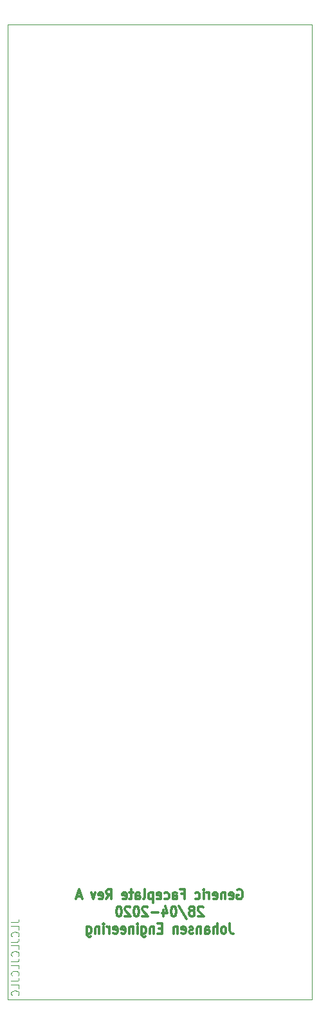
<source format=gbr>
%TF.GenerationSoftware,KiCad,Pcbnew,(5.1.5)-3*%
%TF.CreationDate,2020-04-29T20:03:56+02:00*%
%TF.ProjectId,KicadJE_Util_Faceplate_Generic,4b696361-644a-4455-9f55-74696c5f4661,rev?*%
%TF.SameCoordinates,Original*%
%TF.FileFunction,Legend,Bot*%
%TF.FilePolarity,Positive*%
%FSLAX46Y46*%
G04 Gerber Fmt 4.6, Leading zero omitted, Abs format (unit mm)*
G04 Created by KiCad (PCBNEW (5.1.5)-3) date 2020-04-29 20:03:56*
%MOMM*%
%LPD*%
G04 APERTURE LIST*
%ADD10C,0.100000*%
%ADD11C,0.300000*%
%ADD12C,0.050000*%
G04 APERTURE END LIST*
D10*
X91452380Y-153880952D02*
X92166666Y-153880952D01*
X92309523Y-153833333D01*
X92404761Y-153738095D01*
X92452380Y-153595238D01*
X92452380Y-153500000D01*
X92452380Y-154833333D02*
X92452380Y-154357142D01*
X91452380Y-154357142D01*
X92357142Y-155738095D02*
X92404761Y-155690476D01*
X92452380Y-155547619D01*
X92452380Y-155452380D01*
X92404761Y-155309523D01*
X92309523Y-155214285D01*
X92214285Y-155166666D01*
X92023809Y-155119047D01*
X91880952Y-155119047D01*
X91690476Y-155166666D01*
X91595238Y-155214285D01*
X91500000Y-155309523D01*
X91452380Y-155452380D01*
X91452380Y-155547619D01*
X91500000Y-155690476D01*
X91547619Y-155738095D01*
X91452380Y-156452380D02*
X92166666Y-156452380D01*
X92309523Y-156404761D01*
X92404761Y-156309523D01*
X92452380Y-156166666D01*
X92452380Y-156071428D01*
X92452380Y-157404761D02*
X92452380Y-156928571D01*
X91452380Y-156928571D01*
X92357142Y-158309523D02*
X92404761Y-158261904D01*
X92452380Y-158119047D01*
X92452380Y-158023809D01*
X92404761Y-157880952D01*
X92309523Y-157785714D01*
X92214285Y-157738095D01*
X92023809Y-157690476D01*
X91880952Y-157690476D01*
X91690476Y-157738095D01*
X91595238Y-157785714D01*
X91500000Y-157880952D01*
X91452380Y-158023809D01*
X91452380Y-158119047D01*
X91500000Y-158261904D01*
X91547619Y-158309523D01*
X91452380Y-159023809D02*
X92166666Y-159023809D01*
X92309523Y-158976190D01*
X92404761Y-158880952D01*
X92452380Y-158738095D01*
X92452380Y-158642857D01*
X92452380Y-159976190D02*
X92452380Y-159500000D01*
X91452380Y-159500000D01*
X92357142Y-160880952D02*
X92404761Y-160833333D01*
X92452380Y-160690476D01*
X92452380Y-160595238D01*
X92404761Y-160452380D01*
X92309523Y-160357142D01*
X92214285Y-160309523D01*
X92023809Y-160261904D01*
X91880952Y-160261904D01*
X91690476Y-160309523D01*
X91595238Y-160357142D01*
X91500000Y-160452380D01*
X91452380Y-160595238D01*
X91452380Y-160690476D01*
X91500000Y-160833333D01*
X91547619Y-160880952D01*
X91452380Y-161595238D02*
X92166666Y-161595238D01*
X92309523Y-161547619D01*
X92404761Y-161452380D01*
X92452380Y-161309523D01*
X92452380Y-161214285D01*
X92452380Y-162547619D02*
X92452380Y-162071428D01*
X91452380Y-162071428D01*
X92357142Y-163452380D02*
X92404761Y-163404761D01*
X92452380Y-163261904D01*
X92452380Y-163166666D01*
X92404761Y-163023809D01*
X92309523Y-162928571D01*
X92214285Y-162880952D01*
X92023809Y-162833333D01*
X91880952Y-162833333D01*
X91690476Y-162880952D01*
X91595238Y-162928571D01*
X91500000Y-163023809D01*
X91452380Y-163166666D01*
X91452380Y-163261904D01*
X91500000Y-163404761D01*
X91547619Y-163452380D01*
D11*
X121228571Y-149600000D02*
X121342857Y-149538095D01*
X121514285Y-149538095D01*
X121685714Y-149600000D01*
X121800000Y-149723809D01*
X121857142Y-149847619D01*
X121914285Y-150095238D01*
X121914285Y-150280952D01*
X121857142Y-150528571D01*
X121800000Y-150652380D01*
X121685714Y-150776190D01*
X121514285Y-150838095D01*
X121400000Y-150838095D01*
X121228571Y-150776190D01*
X121171428Y-150714285D01*
X121171428Y-150280952D01*
X121400000Y-150280952D01*
X120200000Y-150776190D02*
X120314285Y-150838095D01*
X120542857Y-150838095D01*
X120657142Y-150776190D01*
X120714285Y-150652380D01*
X120714285Y-150157142D01*
X120657142Y-150033333D01*
X120542857Y-149971428D01*
X120314285Y-149971428D01*
X120200000Y-150033333D01*
X120142857Y-150157142D01*
X120142857Y-150280952D01*
X120714285Y-150404761D01*
X119628571Y-149971428D02*
X119628571Y-150838095D01*
X119628571Y-150095238D02*
X119571428Y-150033333D01*
X119457142Y-149971428D01*
X119285714Y-149971428D01*
X119171428Y-150033333D01*
X119114285Y-150157142D01*
X119114285Y-150838095D01*
X118085714Y-150776190D02*
X118200000Y-150838095D01*
X118428571Y-150838095D01*
X118542857Y-150776190D01*
X118600000Y-150652380D01*
X118600000Y-150157142D01*
X118542857Y-150033333D01*
X118428571Y-149971428D01*
X118200000Y-149971428D01*
X118085714Y-150033333D01*
X118028571Y-150157142D01*
X118028571Y-150280952D01*
X118600000Y-150404761D01*
X117514285Y-150838095D02*
X117514285Y-149971428D01*
X117514285Y-150219047D02*
X117457142Y-150095238D01*
X117400000Y-150033333D01*
X117285714Y-149971428D01*
X117171428Y-149971428D01*
X116771428Y-150838095D02*
X116771428Y-149971428D01*
X116771428Y-149538095D02*
X116828571Y-149600000D01*
X116771428Y-149661904D01*
X116714285Y-149600000D01*
X116771428Y-149538095D01*
X116771428Y-149661904D01*
X115685714Y-150776190D02*
X115800000Y-150838095D01*
X116028571Y-150838095D01*
X116142857Y-150776190D01*
X116200000Y-150714285D01*
X116257142Y-150590476D01*
X116257142Y-150219047D01*
X116200000Y-150095238D01*
X116142857Y-150033333D01*
X116028571Y-149971428D01*
X115800000Y-149971428D01*
X115685714Y-150033333D01*
X113857142Y-150157142D02*
X114257142Y-150157142D01*
X114257142Y-150838095D02*
X114257142Y-149538095D01*
X113685714Y-149538095D01*
X112714285Y-150838095D02*
X112714285Y-150157142D01*
X112771428Y-150033333D01*
X112885714Y-149971428D01*
X113114285Y-149971428D01*
X113228571Y-150033333D01*
X112714285Y-150776190D02*
X112828571Y-150838095D01*
X113114285Y-150838095D01*
X113228571Y-150776190D01*
X113285714Y-150652380D01*
X113285714Y-150528571D01*
X113228571Y-150404761D01*
X113114285Y-150342857D01*
X112828571Y-150342857D01*
X112714285Y-150280952D01*
X111628571Y-150776190D02*
X111742857Y-150838095D01*
X111971428Y-150838095D01*
X112085714Y-150776190D01*
X112142857Y-150714285D01*
X112200000Y-150590476D01*
X112200000Y-150219047D01*
X112142857Y-150095238D01*
X112085714Y-150033333D01*
X111971428Y-149971428D01*
X111742857Y-149971428D01*
X111628571Y-150033333D01*
X110657142Y-150776190D02*
X110771428Y-150838095D01*
X111000000Y-150838095D01*
X111114285Y-150776190D01*
X111171428Y-150652380D01*
X111171428Y-150157142D01*
X111114285Y-150033333D01*
X111000000Y-149971428D01*
X110771428Y-149971428D01*
X110657142Y-150033333D01*
X110600000Y-150157142D01*
X110600000Y-150280952D01*
X111171428Y-150404761D01*
X110085714Y-149971428D02*
X110085714Y-151271428D01*
X110085714Y-150033333D02*
X109971428Y-149971428D01*
X109742857Y-149971428D01*
X109628571Y-150033333D01*
X109571428Y-150095238D01*
X109514285Y-150219047D01*
X109514285Y-150590476D01*
X109571428Y-150714285D01*
X109628571Y-150776190D01*
X109742857Y-150838095D01*
X109971428Y-150838095D01*
X110085714Y-150776190D01*
X108828571Y-150838095D02*
X108942857Y-150776190D01*
X109000000Y-150652380D01*
X109000000Y-149538095D01*
X107857142Y-150838095D02*
X107857142Y-150157142D01*
X107914285Y-150033333D01*
X108028571Y-149971428D01*
X108257142Y-149971428D01*
X108371428Y-150033333D01*
X107857142Y-150776190D02*
X107971428Y-150838095D01*
X108257142Y-150838095D01*
X108371428Y-150776190D01*
X108428571Y-150652380D01*
X108428571Y-150528571D01*
X108371428Y-150404761D01*
X108257142Y-150342857D01*
X107971428Y-150342857D01*
X107857142Y-150280952D01*
X107457142Y-149971428D02*
X107000000Y-149971428D01*
X107285714Y-149538095D02*
X107285714Y-150652380D01*
X107228571Y-150776190D01*
X107114285Y-150838095D01*
X107000000Y-150838095D01*
X106142857Y-150776190D02*
X106257142Y-150838095D01*
X106485714Y-150838095D01*
X106600000Y-150776190D01*
X106657142Y-150652380D01*
X106657142Y-150157142D01*
X106600000Y-150033333D01*
X106485714Y-149971428D01*
X106257142Y-149971428D01*
X106142857Y-150033333D01*
X106085714Y-150157142D01*
X106085714Y-150280952D01*
X106657142Y-150404761D01*
X103971428Y-150838095D02*
X104371428Y-150219047D01*
X104657142Y-150838095D02*
X104657142Y-149538095D01*
X104200000Y-149538095D01*
X104085714Y-149600000D01*
X104028571Y-149661904D01*
X103971428Y-149785714D01*
X103971428Y-149971428D01*
X104028571Y-150095238D01*
X104085714Y-150157142D01*
X104200000Y-150219047D01*
X104657142Y-150219047D01*
X103000000Y-150776190D02*
X103114285Y-150838095D01*
X103342857Y-150838095D01*
X103457142Y-150776190D01*
X103514285Y-150652380D01*
X103514285Y-150157142D01*
X103457142Y-150033333D01*
X103342857Y-149971428D01*
X103114285Y-149971428D01*
X103000000Y-150033333D01*
X102942857Y-150157142D01*
X102942857Y-150280952D01*
X103514285Y-150404761D01*
X102542857Y-149971428D02*
X102257142Y-150838095D01*
X101971428Y-149971428D01*
X100657142Y-150466666D02*
X100085714Y-150466666D01*
X100771428Y-150838095D02*
X100371428Y-149538095D01*
X99971428Y-150838095D01*
X116714285Y-151911904D02*
X116657142Y-151850000D01*
X116542857Y-151788095D01*
X116257142Y-151788095D01*
X116142857Y-151850000D01*
X116085714Y-151911904D01*
X116028571Y-152035714D01*
X116028571Y-152159523D01*
X116085714Y-152345238D01*
X116771428Y-153088095D01*
X116028571Y-153088095D01*
X115342857Y-152345238D02*
X115457142Y-152283333D01*
X115514285Y-152221428D01*
X115571428Y-152097619D01*
X115571428Y-152035714D01*
X115514285Y-151911904D01*
X115457142Y-151850000D01*
X115342857Y-151788095D01*
X115114285Y-151788095D01*
X115000000Y-151850000D01*
X114942857Y-151911904D01*
X114885714Y-152035714D01*
X114885714Y-152097619D01*
X114942857Y-152221428D01*
X115000000Y-152283333D01*
X115114285Y-152345238D01*
X115342857Y-152345238D01*
X115457142Y-152407142D01*
X115514285Y-152469047D01*
X115571428Y-152592857D01*
X115571428Y-152840476D01*
X115514285Y-152964285D01*
X115457142Y-153026190D01*
X115342857Y-153088095D01*
X115114285Y-153088095D01*
X115000000Y-153026190D01*
X114942857Y-152964285D01*
X114885714Y-152840476D01*
X114885714Y-152592857D01*
X114942857Y-152469047D01*
X115000000Y-152407142D01*
X115114285Y-152345238D01*
X113514285Y-151726190D02*
X114542857Y-153397619D01*
X112885714Y-151788095D02*
X112771428Y-151788095D01*
X112657142Y-151850000D01*
X112600000Y-151911904D01*
X112542857Y-152035714D01*
X112485714Y-152283333D01*
X112485714Y-152592857D01*
X112542857Y-152840476D01*
X112600000Y-152964285D01*
X112657142Y-153026190D01*
X112771428Y-153088095D01*
X112885714Y-153088095D01*
X113000000Y-153026190D01*
X113057142Y-152964285D01*
X113114285Y-152840476D01*
X113171428Y-152592857D01*
X113171428Y-152283333D01*
X113114285Y-152035714D01*
X113057142Y-151911904D01*
X113000000Y-151850000D01*
X112885714Y-151788095D01*
X111457142Y-152221428D02*
X111457142Y-153088095D01*
X111742857Y-151726190D02*
X112028571Y-152654761D01*
X111285714Y-152654761D01*
X110828571Y-152592857D02*
X109914285Y-152592857D01*
X109400000Y-151911904D02*
X109342857Y-151850000D01*
X109228571Y-151788095D01*
X108942857Y-151788095D01*
X108828571Y-151850000D01*
X108771428Y-151911904D01*
X108714285Y-152035714D01*
X108714285Y-152159523D01*
X108771428Y-152345238D01*
X109457142Y-153088095D01*
X108714285Y-153088095D01*
X107971428Y-151788095D02*
X107857142Y-151788095D01*
X107742857Y-151850000D01*
X107685714Y-151911904D01*
X107628571Y-152035714D01*
X107571428Y-152283333D01*
X107571428Y-152592857D01*
X107628571Y-152840476D01*
X107685714Y-152964285D01*
X107742857Y-153026190D01*
X107857142Y-153088095D01*
X107971428Y-153088095D01*
X108085714Y-153026190D01*
X108142857Y-152964285D01*
X108200000Y-152840476D01*
X108257142Y-152592857D01*
X108257142Y-152283333D01*
X108200000Y-152035714D01*
X108142857Y-151911904D01*
X108085714Y-151850000D01*
X107971428Y-151788095D01*
X107114285Y-151911904D02*
X107057142Y-151850000D01*
X106942857Y-151788095D01*
X106657142Y-151788095D01*
X106542857Y-151850000D01*
X106485714Y-151911904D01*
X106428571Y-152035714D01*
X106428571Y-152159523D01*
X106485714Y-152345238D01*
X107171428Y-153088095D01*
X106428571Y-153088095D01*
X105685714Y-151788095D02*
X105571428Y-151788095D01*
X105457142Y-151850000D01*
X105400000Y-151911904D01*
X105342857Y-152035714D01*
X105285714Y-152283333D01*
X105285714Y-152592857D01*
X105342857Y-152840476D01*
X105400000Y-152964285D01*
X105457142Y-153026190D01*
X105571428Y-153088095D01*
X105685714Y-153088095D01*
X105800000Y-153026190D01*
X105857142Y-152964285D01*
X105914285Y-152840476D01*
X105971428Y-152592857D01*
X105971428Y-152283333D01*
X105914285Y-152035714D01*
X105857142Y-151911904D01*
X105800000Y-151850000D01*
X105685714Y-151788095D01*
X120228571Y-154038095D02*
X120228571Y-154966666D01*
X120285714Y-155152380D01*
X120400000Y-155276190D01*
X120571428Y-155338095D01*
X120685714Y-155338095D01*
X119485714Y-155338095D02*
X119600000Y-155276190D01*
X119657142Y-155214285D01*
X119714285Y-155090476D01*
X119714285Y-154719047D01*
X119657142Y-154595238D01*
X119600000Y-154533333D01*
X119485714Y-154471428D01*
X119314285Y-154471428D01*
X119200000Y-154533333D01*
X119142857Y-154595238D01*
X119085714Y-154719047D01*
X119085714Y-155090476D01*
X119142857Y-155214285D01*
X119200000Y-155276190D01*
X119314285Y-155338095D01*
X119485714Y-155338095D01*
X118571428Y-155338095D02*
X118571428Y-154038095D01*
X118057142Y-155338095D02*
X118057142Y-154657142D01*
X118114285Y-154533333D01*
X118228571Y-154471428D01*
X118400000Y-154471428D01*
X118514285Y-154533333D01*
X118571428Y-154595238D01*
X116971428Y-155338095D02*
X116971428Y-154657142D01*
X117028571Y-154533333D01*
X117142857Y-154471428D01*
X117371428Y-154471428D01*
X117485714Y-154533333D01*
X116971428Y-155276190D02*
X117085714Y-155338095D01*
X117371428Y-155338095D01*
X117485714Y-155276190D01*
X117542857Y-155152380D01*
X117542857Y-155028571D01*
X117485714Y-154904761D01*
X117371428Y-154842857D01*
X117085714Y-154842857D01*
X116971428Y-154780952D01*
X116400000Y-154471428D02*
X116400000Y-155338095D01*
X116400000Y-154595238D02*
X116342857Y-154533333D01*
X116228571Y-154471428D01*
X116057142Y-154471428D01*
X115942857Y-154533333D01*
X115885714Y-154657142D01*
X115885714Y-155338095D01*
X115371428Y-155276190D02*
X115257142Y-155338095D01*
X115028571Y-155338095D01*
X114914285Y-155276190D01*
X114857142Y-155152380D01*
X114857142Y-155090476D01*
X114914285Y-154966666D01*
X115028571Y-154904761D01*
X115200000Y-154904761D01*
X115314285Y-154842857D01*
X115371428Y-154719047D01*
X115371428Y-154657142D01*
X115314285Y-154533333D01*
X115200000Y-154471428D01*
X115028571Y-154471428D01*
X114914285Y-154533333D01*
X113885714Y-155276190D02*
X114000000Y-155338095D01*
X114228571Y-155338095D01*
X114342857Y-155276190D01*
X114400000Y-155152380D01*
X114400000Y-154657142D01*
X114342857Y-154533333D01*
X114228571Y-154471428D01*
X114000000Y-154471428D01*
X113885714Y-154533333D01*
X113828571Y-154657142D01*
X113828571Y-154780952D01*
X114400000Y-154904761D01*
X113314285Y-154471428D02*
X113314285Y-155338095D01*
X113314285Y-154595238D02*
X113257142Y-154533333D01*
X113142857Y-154471428D01*
X112971428Y-154471428D01*
X112857142Y-154533333D01*
X112800000Y-154657142D01*
X112800000Y-155338095D01*
X111314285Y-154657142D02*
X110914285Y-154657142D01*
X110742857Y-155338095D02*
X111314285Y-155338095D01*
X111314285Y-154038095D01*
X110742857Y-154038095D01*
X110228571Y-154471428D02*
X110228571Y-155338095D01*
X110228571Y-154595238D02*
X110171428Y-154533333D01*
X110057142Y-154471428D01*
X109885714Y-154471428D01*
X109771428Y-154533333D01*
X109714285Y-154657142D01*
X109714285Y-155338095D01*
X108628571Y-154471428D02*
X108628571Y-155523809D01*
X108685714Y-155647619D01*
X108742857Y-155709523D01*
X108857142Y-155771428D01*
X109028571Y-155771428D01*
X109142857Y-155709523D01*
X108628571Y-155276190D02*
X108742857Y-155338095D01*
X108971428Y-155338095D01*
X109085714Y-155276190D01*
X109142857Y-155214285D01*
X109200000Y-155090476D01*
X109200000Y-154719047D01*
X109142857Y-154595238D01*
X109085714Y-154533333D01*
X108971428Y-154471428D01*
X108742857Y-154471428D01*
X108628571Y-154533333D01*
X108057142Y-155338095D02*
X108057142Y-154471428D01*
X108057142Y-154038095D02*
X108114285Y-154100000D01*
X108057142Y-154161904D01*
X108000000Y-154100000D01*
X108057142Y-154038095D01*
X108057142Y-154161904D01*
X107485714Y-154471428D02*
X107485714Y-155338095D01*
X107485714Y-154595238D02*
X107428571Y-154533333D01*
X107314285Y-154471428D01*
X107142857Y-154471428D01*
X107028571Y-154533333D01*
X106971428Y-154657142D01*
X106971428Y-155338095D01*
X105942857Y-155276190D02*
X106057142Y-155338095D01*
X106285714Y-155338095D01*
X106400000Y-155276190D01*
X106457142Y-155152380D01*
X106457142Y-154657142D01*
X106400000Y-154533333D01*
X106285714Y-154471428D01*
X106057142Y-154471428D01*
X105942857Y-154533333D01*
X105885714Y-154657142D01*
X105885714Y-154780952D01*
X106457142Y-154904761D01*
X104914285Y-155276190D02*
X105028571Y-155338095D01*
X105257142Y-155338095D01*
X105371428Y-155276190D01*
X105428571Y-155152380D01*
X105428571Y-154657142D01*
X105371428Y-154533333D01*
X105257142Y-154471428D01*
X105028571Y-154471428D01*
X104914285Y-154533333D01*
X104857142Y-154657142D01*
X104857142Y-154780952D01*
X105428571Y-154904761D01*
X104342857Y-155338095D02*
X104342857Y-154471428D01*
X104342857Y-154719047D02*
X104285714Y-154595238D01*
X104228571Y-154533333D01*
X104114285Y-154471428D01*
X104000000Y-154471428D01*
X103600000Y-155338095D02*
X103600000Y-154471428D01*
X103600000Y-154038095D02*
X103657142Y-154100000D01*
X103600000Y-154161904D01*
X103542857Y-154100000D01*
X103600000Y-154038095D01*
X103600000Y-154161904D01*
X103028571Y-154471428D02*
X103028571Y-155338095D01*
X103028571Y-154595238D02*
X102971428Y-154533333D01*
X102857142Y-154471428D01*
X102685714Y-154471428D01*
X102571428Y-154533333D01*
X102514285Y-154657142D01*
X102514285Y-155338095D01*
X101428571Y-154471428D02*
X101428571Y-155523809D01*
X101485714Y-155647619D01*
X101542857Y-155709523D01*
X101657142Y-155771428D01*
X101828571Y-155771428D01*
X101942857Y-155709523D01*
X101428571Y-155276190D02*
X101542857Y-155338095D01*
X101771428Y-155338095D01*
X101885714Y-155276190D01*
X101942857Y-155214285D01*
X102000000Y-155090476D01*
X102000000Y-154719047D01*
X101942857Y-154595238D01*
X101885714Y-154533333D01*
X101771428Y-154471428D01*
X101542857Y-154471428D01*
X101428571Y-154533333D01*
D12*
X91000000Y-164000000D02*
X91000000Y-36000000D01*
X131000000Y-164000000D02*
X91000000Y-164000000D01*
X131000000Y-36000000D02*
X131000000Y-164000000D01*
X91000000Y-36000000D02*
X131000000Y-36000000D01*
M02*

</source>
